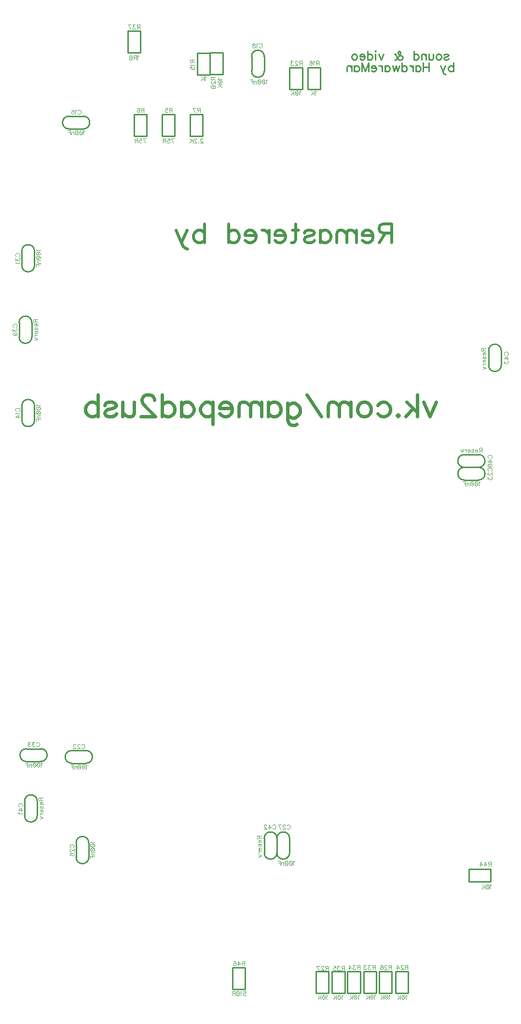
<source format=gbo>
G04 DipTrace 3.3.1.3*
G04 bottom_silk_dendy_junior_II_rev_2.2.gbo*
%MOMM*%
G04 #@! TF.FileFunction,Legend,Bot*
G04 #@! TF.Part,Single*
%ADD10C,0.25*%
%ADD121C,0.11765*%
%ADD123C,0.23529*%
%ADD126C,0.58824*%
%ADD129C,0.5098*%
%FSLAX35Y35*%
G04*
G71*
G90*
G75*
G01*
G04 BotSilk*
%LPD*%
X1714438Y11621233D2*
D10*
Y11367201D1*
X1492188Y11621233D2*
Y11367201D1*
X1714438D2*
G02X1492188Y11367201I-111125J16D01*
G01*
Y11621233D2*
G02X1714438Y11621233I111125J-16D01*
G01*
X2318021Y16702012D2*
X2572053D1*
X2318021Y16479762D2*
X2572053D1*
Y16702012D2*
G02X2572053Y16479762I-16J-111125D01*
G01*
X2318021D2*
G02X2318021Y16702012I16J111125D01*
G01*
X5524862Y17495594D2*
Y17749626D1*
X5747112Y17495594D2*
Y17749626D1*
X5524862D2*
G02X5747112Y17749626I111125J-16D01*
G01*
Y17495594D2*
G02X5524862Y17495594I-111125J16D01*
G01*
X2365651Y5572468D2*
X2619683D1*
X2365651Y5350218D2*
X2619683D1*
Y5572468D2*
G02X2619683Y5350218I-16J-111125D01*
G01*
X2365651D2*
G02X2365651Y5572468I16J111125D01*
G01*
X9509896Y10319355D2*
X9255864D1*
X9509896Y10541605D2*
X9255864D1*
Y10319355D2*
G02X9255864Y10541605I16J111125D01*
G01*
X9509896D2*
G02X9509896Y10319355I-16J-111125D01*
G01*
X2444788Y3699291D2*
Y3953323D1*
X2667038Y3699291D2*
Y3953323D1*
X2444788D2*
G02X2667038Y3953323I111125J-16D01*
G01*
Y3699291D2*
G02X2444788Y3699291I-111125J16D01*
G01*
X5969408Y3778674D2*
Y4032706D1*
X6191658Y3778674D2*
Y4032706D1*
X5969408D2*
G02X6191658Y4032706I111125J-16D01*
G01*
Y3778674D2*
G02X5969408Y3778674I-111125J16D01*
G01*
X1492188Y14082631D2*
Y14336663D1*
X1714438Y14082631D2*
Y14336663D1*
X1492188D2*
G02X1714438Y14336663I111125J-16D01*
G01*
Y14082631D2*
G02X1492188Y14082631I-111125J16D01*
G01*
X1825329Y5381972D2*
X1571297D1*
X1825329Y5604222D2*
X1571297D1*
Y5381972D2*
G02X1571297Y5604222I16J111125D01*
G01*
X1825329D2*
G02X1825329Y5381972I-16J-111125D01*
G01*
X1666808Y13082406D2*
Y12828374D1*
X1444558Y13082406D2*
Y12828374D1*
X1666808D2*
G02X1444558Y12828374I-111125J16D01*
G01*
Y13082406D2*
G02X1666808Y13082406I111125J-16D01*
G01*
X9509636Y10541888D2*
X9255604D1*
X9509636Y10764138D2*
X9255604D1*
Y10541888D2*
G02X9255604Y10764138I16J111125D01*
G01*
X9509636D2*
G02X9509636Y10541888I-16J-111125D01*
G01*
X1539818Y4429617D2*
Y4683649D1*
X1762068Y4429617D2*
Y4683649D1*
X1539818D2*
G02X1762068Y4683649I111125J-16D01*
G01*
Y4429617D2*
G02X1539818Y4429617I-111125J16D01*
G01*
X5747135Y3778674D2*
Y4032706D1*
X5969385Y3778674D2*
Y4032706D1*
X5747135D2*
G02X5969385Y4032706I111125J-16D01*
G01*
Y3778674D2*
G02X5747135Y3778674I-111125J16D01*
G01*
X9906798Y12589709D2*
Y12335677D1*
X9684548Y12589709D2*
Y12335677D1*
X9906798D2*
G02X9684548Y12335677I-111125J16D01*
G01*
Y12589709D2*
G02X9906798Y12589709I111125J-16D01*
G01*
X3953072Y16734017D2*
X4175322D1*
Y16353017D1*
X3953072D1*
Y16734017D1*
X3460895Y16734537D2*
X3683145D1*
Y16353537D1*
X3460895D1*
Y16734537D1*
X4445248Y16734017D2*
X4667498D1*
Y16353017D1*
X4445248D1*
Y16734017D1*
X4794512Y17432110D2*
X4572262D1*
Y17813110D1*
X4794512D1*
Y17432110D1*
X6731465Y17178083D2*
X6509215D1*
Y17559083D1*
X6731465D1*
Y17178083D1*
X4794535Y17813630D2*
X5016785D1*
Y17432630D1*
X4794535D1*
Y17813630D1*
X6191682Y17559603D2*
X6413932D1*
Y17178603D1*
X6191682D1*
Y17559603D1*
X8271502Y1317293D2*
X8049252D1*
Y1698293D1*
X8271502D1*
Y1317293D1*
X7985722D2*
X7763472D1*
Y1698293D1*
X7985722D1*
Y1317293D1*
X6874355Y1317813D2*
X6652105D1*
Y1698813D1*
X6874355D1*
Y1317813D1*
X7715818Y1317293D2*
X7493568D1*
Y1698293D1*
X7715818D1*
Y1317293D1*
X7430038D2*
X7207788D1*
Y1698293D1*
X7430038D1*
Y1317293D1*
X7160135D2*
X6937885D1*
Y1698293D1*
X7160135D1*
Y1317293D1*
X3349758Y18194670D2*
X3572008D1*
Y17813670D1*
X3349758D1*
Y18194670D1*
X9716530Y3492625D2*
X9335530D1*
Y3270375D1*
X9716530D1*
Y3492625D1*
X5413962Y1381060D2*
X5191712D1*
Y1762060D1*
X5413962D1*
Y1381060D1*
X1398790Y11526885D2*
D121*
X1391547Y11530507D1*
X1384218Y11537835D1*
X1380597Y11545079D1*
Y11559651D1*
X1384218Y11566979D1*
X1391547Y11574223D1*
X1398790Y11577929D1*
X1409740Y11581551D1*
X1428018D1*
X1438884Y11577929D1*
X1446212Y11574223D1*
X1453456Y11566979D1*
X1457162Y11559651D1*
Y11545079D1*
X1453456Y11537835D1*
X1446212Y11530507D1*
X1438884Y11526885D1*
X1395253Y11503356D2*
X1391547Y11496028D1*
X1380681Y11485078D1*
X1457162D1*
Y11425077D2*
X1380681D1*
X1431640Y11461548D1*
Y11406883D1*
X1754940Y11645216D2*
X1751233Y11637888D1*
X1740368Y11626938D1*
X1816849D1*
X1740368Y11581509D2*
X1743990Y11592459D1*
X1754940Y11599787D1*
X1773133Y11603409D1*
X1784083D1*
X1802277Y11599787D1*
X1813227Y11592459D1*
X1816849Y11581509D1*
Y11574265D1*
X1813227Y11563315D1*
X1802277Y11556071D1*
X1784083Y11552365D1*
X1773133D1*
X1754940Y11556071D1*
X1743990Y11563315D1*
X1740368Y11574265D1*
Y11581509D1*
X1754940Y11556071D2*
X1802277Y11599787D1*
X1740368Y11506936D2*
X1743990Y11517886D1*
X1754940Y11525214D1*
X1773133Y11528836D1*
X1784083D1*
X1802277Y11525214D1*
X1813227Y11517886D1*
X1816849Y11506936D1*
Y11499692D1*
X1813227Y11488742D1*
X1802277Y11481498D1*
X1784084Y11477792D1*
X1773134D1*
X1754940Y11481498D1*
X1743990Y11488742D1*
X1740368Y11499692D1*
Y11506936D1*
X1754940Y11481498D2*
X1802277Y11525214D1*
X1765805Y11454262D2*
X1816849D1*
X1780377D2*
X1769427Y11443312D1*
X1765805Y11435984D1*
Y11425119D1*
X1769427Y11417791D1*
X1780377Y11414169D1*
X1816849Y11414168D1*
X1740283Y11343217D2*
X1740284Y11390639D1*
X1816849D1*
X1776755D2*
Y11361495D1*
X2474041Y16795410D2*
X2477663Y16802654D1*
X2484991Y16809982D1*
X2492235Y16813604D1*
X2506807D1*
X2514135Y16809982D1*
X2521379Y16802654D1*
X2525085Y16795410D1*
X2528707Y16784460D1*
Y16766182D1*
X2525085Y16755316D1*
X2521379Y16747988D1*
X2514135Y16740744D1*
X2506807Y16737038D1*
X2492235D1*
X2484991Y16740744D1*
X2477663Y16747988D1*
X2474041Y16755316D1*
X2450512Y16798947D2*
X2443184Y16802654D1*
X2432234Y16813519D1*
Y16737038D1*
X2364988Y16802654D2*
X2368610Y16809897D1*
X2379560Y16813519D1*
X2386804D1*
X2397754Y16809897D1*
X2405082Y16798947D1*
X2408704Y16780754D1*
Y16762560D1*
X2405082Y16747988D1*
X2397754Y16740660D1*
X2386804Y16737038D1*
X2383182D1*
X2372316Y16740660D1*
X2364988Y16747988D1*
X2361366Y16758938D1*
Y16762560D1*
X2364988Y16773510D1*
X2372316Y16780754D1*
X2383182Y16784376D1*
X2386804D1*
X2397754Y16780754D1*
X2405082Y16773510D1*
X2408704Y16762560D1*
X2596036Y16439260D2*
X2588708Y16442967D1*
X2577758Y16453832D1*
Y16377351D1*
X2532329Y16453832D2*
X2543279Y16450210D1*
X2550607Y16439260D1*
X2554229Y16421067D1*
Y16410117D1*
X2550607Y16391923D1*
X2543279Y16380973D1*
X2532329Y16377351D1*
X2525085D1*
X2514135Y16380973D1*
X2506891Y16391923D1*
X2503185Y16410117D1*
Y16421067D1*
X2506891Y16439260D1*
X2514135Y16450210D1*
X2525085Y16453832D1*
X2532329D1*
X2506891Y16439260D2*
X2550607Y16391923D1*
X2457756Y16453832D2*
X2468706Y16450210D1*
X2476034Y16439260D1*
X2479656Y16421067D1*
Y16410117D1*
X2476034Y16391923D1*
X2468706Y16380973D1*
X2457756Y16377351D1*
X2450512D1*
X2439562Y16380973D1*
X2432318Y16391923D1*
X2428612Y16410117D1*
Y16421067D1*
X2432318Y16439260D1*
X2439562Y16450210D1*
X2450512Y16453832D1*
X2457756D1*
X2432318Y16439260D2*
X2476034Y16391923D1*
X2405082Y16428395D2*
Y16377351D1*
Y16413823D2*
X2394132Y16424773D1*
X2386804Y16428395D1*
X2375938D1*
X2368610Y16424773D1*
X2364988Y16413823D1*
Y16377351D1*
X2294037Y16453917D2*
X2341459D1*
Y16377351D1*
Y16417445D2*
X2312315D1*
X5655309Y17964626D2*
X5658931Y17971870D1*
X5666259Y17979198D1*
X5673503Y17982820D1*
X5688074D1*
X5695403Y17979198D1*
X5702646Y17971870D1*
X5706353Y17964626D1*
X5709974Y17953676D1*
Y17935398D1*
X5706353Y17924533D1*
X5702646Y17917205D1*
X5695403Y17909961D1*
X5688074Y17906255D1*
X5673503D1*
X5666259Y17909961D1*
X5658931Y17917205D1*
X5655309Y17924533D1*
X5631779Y17968164D2*
X5624451Y17971870D1*
X5613501Y17982736D1*
Y17906255D1*
X5571778Y17982736D2*
X5582644Y17979114D1*
X5586350Y17971870D1*
Y17964542D1*
X5582644Y17957298D1*
X5575400Y17953592D1*
X5560828Y17949970D1*
X5549878Y17946348D1*
X5542634Y17939020D1*
X5539012Y17931776D1*
Y17920826D1*
X5542634Y17913583D1*
X5546256Y17909876D1*
X5557206Y17906255D1*
X5571778D1*
X5582644Y17909876D1*
X5586350Y17913583D1*
X5589972Y17920826D1*
Y17931776D1*
X5586350Y17939020D1*
X5579022Y17946348D1*
X5568156Y17949970D1*
X5553584Y17953592D1*
X5546256Y17957298D1*
X5542634Y17964542D1*
Y17971870D1*
X5546256Y17979114D1*
X5557206Y17982736D1*
X5571778D1*
X5798480Y17333097D2*
X5791152Y17336804D1*
X5780202Y17347669D1*
Y17271188D1*
X5734772Y17347669D2*
X5745722Y17344047D1*
X5753050Y17333097D1*
X5756672Y17314904D1*
Y17303954D1*
X5753050Y17285760D1*
X5745722Y17274810D1*
X5734772Y17271188D1*
X5727528D1*
X5716578Y17274810D1*
X5709334Y17285760D1*
X5705628Y17303954D1*
Y17314904D1*
X5709334Y17333097D1*
X5716578Y17344047D1*
X5727528Y17347669D1*
X5734772D1*
X5709334Y17333097D2*
X5753050Y17285760D1*
X5660199Y17347669D2*
X5671149Y17344047D1*
X5678477Y17333097D1*
X5682099Y17314904D1*
Y17303954D1*
X5678477Y17285760D1*
X5671149Y17274810D1*
X5660199Y17271188D1*
X5652955D1*
X5642005Y17274810D1*
X5634761Y17285760D1*
X5631055Y17303954D1*
Y17314904D1*
X5634761Y17333097D1*
X5642005Y17344047D1*
X5652955Y17347669D1*
X5660199D1*
X5634761Y17333097D2*
X5678477Y17285760D1*
X5607526Y17322232D2*
Y17271188D1*
Y17307660D2*
X5596576Y17318610D1*
X5589248Y17322232D1*
X5578382D1*
X5571054Y17318610D1*
X5567432Y17307660D1*
Y17271188D1*
X5496480Y17347754D2*
X5543902D1*
Y17271188D1*
Y17311282D2*
X5514758D1*
X2539907Y5665866D2*
X2543529Y5673110D1*
X2550857Y5680438D1*
X2558101Y5684060D1*
X2572673D1*
X2580001Y5680438D1*
X2587245Y5673110D1*
X2590951Y5665866D1*
X2594573Y5654916D1*
Y5636638D1*
X2590951Y5625773D1*
X2587245Y5618445D1*
X2580001Y5611201D1*
X2572673Y5607495D1*
X2558101D1*
X2550857Y5611201D1*
X2543529Y5618445D1*
X2539907Y5625773D1*
X2512671Y5665782D2*
Y5669404D1*
X2509050Y5676732D1*
X2505428Y5680354D1*
X2498100Y5683976D1*
X2483528D1*
X2476284Y5680354D1*
X2472662Y5676732D1*
X2468956Y5669404D1*
Y5662160D1*
X2472662Y5654832D1*
X2479906Y5643966D1*
X2516378Y5607495D1*
X2465334D1*
X2438098Y5665782D2*
Y5669404D1*
X2434476Y5676732D1*
X2430854Y5680354D1*
X2423526Y5683976D1*
X2408954D1*
X2401711Y5680354D1*
X2398089Y5676732D1*
X2394382Y5669404D1*
Y5662160D1*
X2398089Y5654832D1*
X2405332Y5643966D1*
X2441804Y5607495D1*
X2390761D1*
X2643666Y5309717D2*
X2636338Y5313423D1*
X2625388Y5324289D1*
Y5247808D1*
X2579959Y5324289D2*
X2590909Y5320667D1*
X2598237Y5309717D1*
X2601859Y5291523D1*
Y5280573D1*
X2598237Y5262379D1*
X2590909Y5251429D1*
X2579959Y5247808D1*
X2572715D1*
X2561765Y5251429D1*
X2554521Y5262379D1*
X2550815Y5280573D1*
Y5291523D1*
X2554521Y5309717D1*
X2561765Y5320667D1*
X2572715Y5324289D1*
X2579959D1*
X2554521Y5309717D2*
X2598237Y5262379D1*
X2505386Y5324289D2*
X2516336Y5320667D1*
X2523664Y5309717D1*
X2527286Y5291523D1*
Y5280573D1*
X2523664Y5262379D1*
X2516336Y5251429D1*
X2505386Y5247808D1*
X2498142D1*
X2487192Y5251429D1*
X2479948Y5262379D1*
X2476242Y5280573D1*
Y5291523D1*
X2479948Y5309717D1*
X2487192Y5320667D1*
X2498142Y5324289D1*
X2505386D1*
X2479948Y5309717D2*
X2523664Y5262379D1*
X2452712Y5298851D2*
Y5247808D1*
Y5284279D2*
X2441762Y5295229D1*
X2434434Y5298851D1*
X2423568D1*
X2416240Y5295229D1*
X2412618Y5284279D1*
Y5247808D1*
X2341667Y5324373D2*
X2389089D1*
Y5247808D1*
Y5287901D2*
X2359945D1*
X9686400Y10477710D2*
X9679157Y10481332D1*
X9671828Y10488660D1*
X9668207Y10495904D1*
Y10510476D1*
X9671828Y10517804D1*
X9679156Y10525048D1*
X9686400Y10528754D1*
X9697350Y10532376D1*
X9715628D1*
X9726494Y10528754D1*
X9733822Y10525048D1*
X9741066Y10517804D1*
X9744772Y10510476D1*
Y10495904D1*
X9741066Y10488660D1*
X9733822Y10481332D1*
X9726494Y10477710D1*
X9686485Y10450475D2*
X9682863D1*
X9675535Y10446853D1*
X9671913Y10443231D1*
X9668291Y10435903D1*
Y10421331D1*
X9671913Y10414087D1*
X9675535Y10410465D1*
X9682863Y10406759D1*
X9690107D1*
X9697435Y10410465D1*
X9708300Y10417709D1*
X9744772Y10454181D1*
Y10403137D1*
X9668291Y10372280D2*
Y10332270D1*
X9697435Y10354086D1*
Y10343136D1*
X9701056Y10335892D1*
X9704678Y10332270D1*
X9715628Y10328564D1*
X9722872D1*
X9733822Y10332270D1*
X9741150Y10339514D1*
X9744772Y10350464D1*
Y10361414D1*
X9741150Y10372280D1*
X9737444Y10375902D1*
X9730200Y10379608D1*
X9533880Y10278854D2*
X9526552Y10282560D1*
X9515602Y10293426D1*
Y10216944D1*
X9470172Y10293426D2*
X9481122Y10289804D1*
X9488450Y10278854D1*
X9492072Y10260660D1*
Y10249710D1*
X9488450Y10231516D1*
X9481122Y10220566D1*
X9470172Y10216944D1*
X9462928D1*
X9451978Y10220566D1*
X9444734Y10231516D1*
X9441028Y10249710D1*
Y10260660D1*
X9444734Y10278854D1*
X9451978Y10289804D1*
X9462928Y10293426D1*
X9470172D1*
X9444734Y10278854D2*
X9488450Y10231516D1*
X9395599Y10293426D2*
X9406549Y10289804D1*
X9413877Y10278854D1*
X9417499Y10260660D1*
Y10249710D1*
X9413877Y10231516D1*
X9406549Y10220566D1*
X9395599Y10216944D1*
X9388355D1*
X9377405Y10220566D1*
X9370161Y10231516D1*
X9366455Y10249710D1*
Y10260660D1*
X9370161Y10278854D1*
X9377405Y10289804D1*
X9388355Y10293426D1*
X9395599D1*
X9370161Y10278854D2*
X9413877Y10231516D1*
X9342926Y10267988D2*
Y10216944D1*
Y10253416D2*
X9331976Y10264366D1*
X9324648Y10267988D1*
X9313782D1*
X9306454Y10264366D1*
X9302832Y10253416D1*
Y10216944D1*
X9231880Y10293510D2*
X9279302D1*
Y10216944D1*
Y10257038D2*
X9250158D1*
X2351390Y3871694D2*
X2344147Y3875316D1*
X2336818Y3882644D1*
X2333197Y3889888D1*
Y3904460D1*
X2336818Y3911788D1*
X2344146Y3919032D1*
X2351390Y3922738D1*
X2362340Y3926360D1*
X2380618D1*
X2391484Y3922738D1*
X2398812Y3919032D1*
X2406056Y3911788D1*
X2409762Y3904460D1*
Y3889888D1*
X2406056Y3882644D1*
X2398812Y3875316D1*
X2391484Y3871694D1*
X2351475Y3844459D2*
X2347853D1*
X2340525Y3840837D1*
X2336903Y3837215D1*
X2333281Y3829887D1*
Y3815315D1*
X2336903Y3808071D1*
X2340525Y3804449D1*
X2347853Y3800743D1*
X2355097D1*
X2362425Y3804449D1*
X2373290Y3811693D1*
X2409762Y3848165D1*
Y3797121D1*
X2344146Y3729876D2*
X2336903Y3733498D1*
X2333281Y3744448D1*
Y3751692D1*
X2336903Y3762642D1*
X2347853Y3769970D1*
X2366047Y3773592D1*
X2384240Y3773591D1*
X2398812Y3769970D1*
X2406140Y3762641D1*
X2409762Y3751691D1*
Y3748070D1*
X2406140Y3737204D1*
X2398812Y3729876D1*
X2387862Y3726254D1*
X2384240D1*
X2373290Y3729876D1*
X2366046Y3737204D1*
X2362425Y3748070D1*
Y3751692D1*
X2366046Y3762642D1*
X2373290Y3769970D1*
X2384240Y3773591D1*
X2707540Y3977306D2*
X2703833Y3969978D1*
X2692968Y3959028D1*
X2769449D1*
X2692968Y3913599D2*
X2696590Y3924549D1*
X2707540Y3931877D1*
X2725733Y3935499D1*
X2736683D1*
X2754877Y3931877D1*
X2765827Y3924549D1*
X2769449Y3913599D1*
Y3906355D1*
X2765827Y3895405D1*
X2754877Y3888161D1*
X2736683Y3884455D1*
X2725733D1*
X2707540Y3888161D1*
X2696590Y3895405D1*
X2692968Y3906355D1*
Y3913599D1*
X2707540Y3888161D2*
X2754877Y3931877D1*
X2692968Y3839026D2*
X2696590Y3849976D1*
X2707540Y3857304D1*
X2725733Y3860926D1*
X2736683D1*
X2754877Y3857304D1*
X2765827Y3849976D1*
X2769449Y3839026D1*
Y3831782D1*
X2765827Y3820832D1*
X2754877Y3813588D1*
X2736684Y3809882D1*
X2725734D1*
X2707540Y3813588D1*
X2696590Y3820832D1*
X2692968Y3831782D1*
Y3839026D1*
X2707540Y3813588D2*
X2754877Y3857304D1*
X2718405Y3786352D2*
X2769449D1*
X2732977D2*
X2722027Y3775402D1*
X2718405Y3768074D1*
Y3757209D1*
X2722027Y3749881D1*
X2732977Y3746259D1*
X2769449Y3746258D1*
X2692883Y3675307D2*
X2692884Y3722729D1*
X2769449D1*
X2729355D2*
Y3693585D1*
X6143660Y4253113D2*
X6147282Y4260357D1*
X6154610Y4267685D1*
X6161854Y4271307D1*
X6176426D1*
X6183754Y4267685D1*
X6190998Y4260357D1*
X6194704Y4253113D1*
X6198326Y4242163D1*
Y4223885D1*
X6194704Y4213019D1*
X6190998Y4205691D1*
X6183754Y4198447D1*
X6176426Y4194741D1*
X6161854D1*
X6154610Y4198447D1*
X6147282Y4205691D1*
X6143660Y4213019D1*
X6116425Y4253029D2*
Y4256651D1*
X6112803Y4263979D1*
X6109181Y4267601D1*
X6101853Y4271223D1*
X6087281D1*
X6080037Y4267601D1*
X6076415Y4263979D1*
X6072709Y4256651D1*
Y4249407D1*
X6076415Y4242079D1*
X6083659Y4231213D1*
X6120131Y4194741D1*
X6069087D1*
X6030986D2*
X5994514Y4271223D1*
X6045558D1*
X6279153Y3621584D2*
X6271825Y3625290D1*
X6260875Y3636156D1*
Y3559675D1*
X6215445Y3636156D2*
X6226395Y3632534D1*
X6233724Y3621584D1*
X6237345Y3603390D1*
Y3592440D1*
X6233724Y3574246D1*
X6226395Y3563296D1*
X6215445Y3559675D1*
X6208202D1*
X6197252Y3563296D1*
X6190008Y3574246D1*
X6186302Y3592440D1*
Y3603390D1*
X6190008Y3621584D1*
X6197252Y3632534D1*
X6208202Y3636156D1*
X6215445D1*
X6190008Y3621584D2*
X6233724Y3574246D1*
X6140872Y3636156D2*
X6151822Y3632534D1*
X6159150Y3621584D1*
X6162772Y3603390D1*
Y3592440D1*
X6159150Y3574246D1*
X6151822Y3563296D1*
X6140872Y3559675D1*
X6133628D1*
X6122678Y3563296D1*
X6115434Y3574246D1*
X6111728Y3592440D1*
Y3603390D1*
X6115434Y3621584D1*
X6122678Y3632534D1*
X6133628Y3636156D1*
X6140872D1*
X6115434Y3621584D2*
X6159150Y3574246D1*
X6088199Y3610718D2*
Y3559675D1*
Y3596146D2*
X6077249Y3607096D1*
X6069921Y3610718D1*
X6059055D1*
X6051727Y3607096D1*
X6048105Y3596146D1*
Y3559675D1*
X5977154Y3636240D2*
X6024576D1*
Y3559675D1*
Y3599768D2*
X5995432D1*
X1398790Y14240504D2*
X1391547Y14244126D1*
X1384218Y14251454D1*
X1380597Y14258698D1*
Y14273270D1*
X1384218Y14280598D1*
X1391547Y14287842D1*
X1398790Y14291548D1*
X1409740Y14295170D1*
X1428018D1*
X1438884Y14291548D1*
X1446212Y14287842D1*
X1453456Y14280598D1*
X1457162Y14273270D1*
Y14258698D1*
X1453456Y14251454D1*
X1446212Y14244126D1*
X1438884Y14240504D1*
X1380681Y14209647D2*
Y14169637D1*
X1409825Y14191453D1*
Y14180503D1*
X1413447Y14173259D1*
X1417068Y14169637D1*
X1428018Y14165931D1*
X1435262D1*
X1446212Y14169637D1*
X1453540Y14176881D1*
X1457162Y14187831D1*
Y14198781D1*
X1453540Y14209647D1*
X1449834Y14213269D1*
X1442590Y14216975D1*
X1395253Y14142402D2*
X1391546Y14135074D1*
X1380681Y14124124D1*
X1457162D1*
X1754940Y14360646D2*
X1751233Y14353318D1*
X1740368Y14342368D1*
X1816849D1*
X1740368Y14296939D2*
X1743990Y14307889D1*
X1754940Y14315217D1*
X1773133Y14318839D1*
X1784083D1*
X1802277Y14315217D1*
X1813227Y14307889D1*
X1816849Y14296939D1*
Y14289695D1*
X1813227Y14278745D1*
X1802277Y14271501D1*
X1784083Y14267795D1*
X1773133D1*
X1754940Y14271501D1*
X1743990Y14278745D1*
X1740368Y14289695D1*
Y14296939D1*
X1754940Y14271501D2*
X1802277Y14315217D1*
X1740368Y14222366D2*
X1743990Y14233316D1*
X1754940Y14240644D1*
X1773133Y14244266D1*
X1784083D1*
X1802277Y14240644D1*
X1813227Y14233316D1*
X1816849Y14222366D1*
Y14215122D1*
X1813227Y14204172D1*
X1802277Y14196928D1*
X1784084Y14193222D1*
X1773134D1*
X1754940Y14196928D1*
X1743990Y14204172D1*
X1740368Y14215122D1*
Y14222366D1*
X1754940Y14196928D2*
X1802277Y14240644D1*
X1765805Y14169692D2*
X1816849D1*
X1780377D2*
X1769427Y14158742D1*
X1765805Y14151414D1*
Y14140549D1*
X1769427Y14133221D1*
X1780377Y14129599D1*
X1816849Y14129598D1*
X1740283Y14058647D2*
X1740284Y14106069D1*
X1816849D1*
X1776755D2*
Y14076925D1*
X1745554Y5697620D2*
X1749176Y5704864D1*
X1756504Y5712192D1*
X1763748Y5715814D1*
X1778319D1*
X1785648Y5712192D1*
X1792891Y5704864D1*
X1796598Y5697620D1*
X1800219Y5686670D1*
Y5668392D1*
X1796598Y5657526D1*
X1792891Y5650198D1*
X1785648Y5642954D1*
X1778319Y5639248D1*
X1763748D1*
X1756504Y5642954D1*
X1749176Y5650198D1*
X1745554Y5657526D1*
X1714696Y5715729D2*
X1674687D1*
X1696502Y5686586D1*
X1685552D1*
X1678309Y5682964D1*
X1674687Y5679342D1*
X1670980Y5668392D1*
Y5661148D1*
X1674687Y5650198D1*
X1681930Y5642870D1*
X1692880Y5639248D1*
X1703830D1*
X1714696Y5642870D1*
X1718318Y5646576D1*
X1722024Y5653820D1*
X1640123Y5715729D2*
X1600113D1*
X1621929Y5686586D1*
X1610979D1*
X1603735Y5682964D1*
X1600113Y5679342D1*
X1596407Y5668392D1*
Y5661148D1*
X1600113Y5650198D1*
X1607357Y5642870D1*
X1618307Y5639248D1*
X1629257D1*
X1640123Y5642870D1*
X1643745Y5646576D1*
X1647451Y5653820D1*
X1849313Y5341470D2*
X1841985Y5345177D1*
X1831035Y5356042D1*
Y5279561D1*
X1785605Y5356042D2*
X1796555Y5352420D1*
X1803884Y5341470D1*
X1807505Y5323277D1*
Y5312327D1*
X1803884Y5294133D1*
X1796555Y5283183D1*
X1785605Y5279561D1*
X1778362D1*
X1767412Y5283183D1*
X1760168Y5294133D1*
X1756462Y5312327D1*
Y5323277D1*
X1760168Y5341470D1*
X1767412Y5352420D1*
X1778362Y5356042D1*
X1785605D1*
X1760168Y5341470D2*
X1803884Y5294133D1*
X1711032Y5356042D2*
X1721982Y5352420D1*
X1729310Y5341470D1*
X1732932Y5323277D1*
Y5312327D1*
X1729310Y5294133D1*
X1721982Y5283183D1*
X1711032Y5279561D1*
X1703788D1*
X1692838Y5283183D1*
X1685594Y5294133D1*
X1681888Y5312327D1*
Y5323277D1*
X1685594Y5341470D1*
X1692838Y5352420D1*
X1703788Y5356042D1*
X1711032D1*
X1685594Y5341470D2*
X1729310Y5294133D1*
X1658359Y5330605D2*
Y5279561D1*
Y5316033D2*
X1647409Y5326983D1*
X1640081Y5330605D1*
X1629215D1*
X1621887Y5326983D1*
X1618265Y5316033D1*
Y5279561D1*
X1547314Y5356127D2*
X1594736D1*
Y5279561D1*
Y5319655D2*
X1565592D1*
X1351160Y13000820D2*
X1343917Y13004441D1*
X1336588Y13011770D1*
X1332967Y13019013D1*
Y13033585D1*
X1336588Y13040913D1*
X1343916Y13048157D1*
X1351160Y13051863D1*
X1362110Y13055485D1*
X1380388D1*
X1391254Y13051863D1*
X1398582Y13048157D1*
X1405826Y13040913D1*
X1409532Y13033585D1*
Y13019013D1*
X1405826Y13011769D1*
X1398582Y13004441D1*
X1391254Y13000819D1*
X1333051Y12969962D2*
Y12929953D1*
X1362195Y12951768D1*
Y12940818D1*
X1365817Y12933574D1*
X1369438Y12929952D1*
X1380388Y12926246D1*
X1387632D1*
X1398582Y12929952D1*
X1405910Y12937196D1*
X1409532Y12948146D1*
Y12959096D1*
X1405910Y12969962D1*
X1402204Y12973584D1*
X1394960Y12977290D1*
X1358488Y12855295D2*
X1369438Y12859001D1*
X1376766Y12866245D1*
X1380388Y12877195D1*
Y12880817D1*
X1376767Y12891767D1*
X1369438Y12899011D1*
X1358488Y12902717D1*
X1354867D1*
X1343916Y12899011D1*
X1336673Y12891767D1*
X1333051Y12880817D1*
Y12877195D1*
X1336673Y12866245D1*
X1343916Y12859001D1*
X1358488Y12855295D1*
X1376766D1*
X1394960Y12859001D1*
X1405910Y12866245D1*
X1409532Y12877195D1*
Y12884439D1*
X1405910Y12895389D1*
X1398582Y12899011D1*
X1729125Y13139970D2*
Y13107204D1*
X1725419Y13096254D1*
X1721797Y13092548D1*
X1714553Y13088926D1*
X1707225D1*
X1699982Y13092548D1*
X1696275Y13096254D1*
X1692653Y13107204D1*
Y13139970D1*
X1769219D1*
X1729125Y13114448D2*
X1769219Y13088926D1*
X1740075Y13065397D2*
Y13021681D1*
X1732747D1*
X1725419Y13025303D1*
X1721797Y13028925D1*
X1718175Y13036253D1*
Y13047203D1*
X1721797Y13054447D1*
X1729125Y13061775D1*
X1740075Y13065397D1*
X1747319D1*
X1758269Y13061775D1*
X1765513Y13054447D1*
X1769219Y13047203D1*
Y13036253D1*
X1765513Y13028925D1*
X1758269Y13021681D1*
X1729125Y12958058D2*
X1721797Y12961680D1*
X1718175Y12972630D1*
Y12983580D1*
X1721797Y12994530D1*
X1729125Y12998152D1*
X1736369Y12994530D1*
X1740075Y12987202D1*
X1743697Y12969008D1*
X1747319Y12961680D1*
X1754647Y12958058D1*
X1758269D1*
X1765513Y12961680D1*
X1769219Y12972630D1*
Y12983580D1*
X1765513Y12994530D1*
X1758269Y12998152D1*
X1740075Y12934528D2*
Y12890813D1*
X1732747D1*
X1725419Y12894435D1*
X1721797Y12898057D1*
X1718175Y12905385D1*
Y12916335D1*
X1721797Y12923578D1*
X1729125Y12930907D1*
X1740075Y12934528D1*
X1747319D1*
X1758269Y12930906D1*
X1765513Y12923578D1*
X1769219Y12916335D1*
Y12905385D1*
X1765513Y12898056D1*
X1758269Y12890813D1*
X1718175Y12867283D2*
X1769219D1*
X1740075D2*
X1729125Y12863577D1*
X1721797Y12856333D1*
X1718175Y12849005D1*
Y12838055D1*
Y12814526D2*
X1769219Y12792626D1*
X1718175Y12770810D1*
X9686137Y10702055D2*
X9678893Y10705677D1*
X9671565Y10713005D1*
X9667943Y10720249D1*
Y10734821D1*
X9671565Y10742149D1*
X9678893Y10749392D1*
X9686137Y10753099D1*
X9697087Y10756720D1*
X9715365D1*
X9726231Y10753099D1*
X9733559Y10749392D1*
X9740803Y10742149D1*
X9744509Y10734820D1*
Y10720249D1*
X9740803Y10713005D1*
X9733559Y10705677D1*
X9726231Y10702055D1*
X9744509Y10642053D2*
X9668027Y10642054D1*
X9718987Y10678525D1*
Y10623860D1*
X9668027Y10578430D2*
X9671649Y10589380D1*
X9682599Y10596708D1*
X9700793Y10600330D1*
X9711743D1*
X9729937Y10596708D1*
X9740887Y10589380D1*
X9744509Y10578430D1*
Y10571186D1*
X9740887Y10560237D1*
X9729937Y10552993D1*
X9711743Y10549287D1*
X9700793D1*
X9682599Y10552993D1*
X9671649Y10560237D1*
X9668027Y10571187D1*
Y10578430D1*
X9682599Y10552993D2*
X9729937Y10596708D1*
X9567200Y10844735D2*
X9534434D1*
X9523484Y10848441D1*
X9519778Y10852063D1*
X9516156Y10859307D1*
Y10866635D1*
X9519778Y10873879D1*
X9523484Y10877585D1*
X9534434Y10881207D1*
X9567200D1*
Y10804641D1*
X9541678Y10844735D2*
X9516156Y10804641D1*
X9492627Y10833785D2*
X9448911D1*
Y10841113D1*
X9452533Y10848441D1*
X9456155Y10852063D1*
X9463483Y10855685D1*
X9474433D1*
X9481677Y10852063D1*
X9489005Y10844735D1*
X9492627Y10833785D1*
Y10826541D1*
X9489005Y10815591D1*
X9481677Y10808347D1*
X9474433Y10804641D1*
X9463483D1*
X9456155Y10808347D1*
X9448911Y10815591D1*
X9385288Y10844735D2*
X9388910Y10852063D1*
X9399860Y10855685D1*
X9410810D1*
X9421760Y10852063D1*
X9425382Y10844735D1*
X9421760Y10837491D1*
X9414432Y10833785D1*
X9396238Y10830163D1*
X9388910Y10826541D1*
X9385288Y10819213D1*
Y10815591D1*
X9388910Y10808347D1*
X9399860Y10804641D1*
X9410810D1*
X9421760Y10808347D1*
X9425382Y10815591D1*
X9361758Y10833785D2*
X9318043D1*
Y10841113D1*
X9321665Y10848441D1*
X9325286Y10852063D1*
X9332615Y10855685D1*
X9343565D1*
X9350808Y10852063D1*
X9358136Y10844735D1*
X9361758Y10833785D1*
Y10826541D1*
X9358136Y10815591D1*
X9350808Y10808347D1*
X9343565Y10804641D1*
X9332615D1*
X9325286Y10808347D1*
X9318043Y10815591D1*
X9294513Y10855685D2*
Y10804641D1*
Y10833785D2*
X9290807Y10844735D1*
X9283563Y10852063D1*
X9276235Y10855685D1*
X9265285D1*
X9241756D2*
X9219856Y10804641D1*
X9198040Y10855685D1*
X1446420Y4589302D2*
X1439177Y4592924D1*
X1431848Y4600252D1*
X1428227Y4607496D1*
Y4622068D1*
X1431848Y4629396D1*
X1439177Y4636640D1*
X1446420Y4640346D1*
X1457370Y4643968D1*
X1475648D1*
X1486514Y4640346D1*
X1493842Y4636639D1*
X1501086Y4629396D1*
X1504792Y4622068D1*
Y4607496D1*
X1501086Y4600252D1*
X1493842Y4592924D1*
X1486514Y4589302D1*
X1504792Y4529301D2*
X1428311D1*
X1479270Y4565772D1*
Y4511107D1*
X1442883Y4487578D2*
X1439176Y4480249D1*
X1428311Y4469299D1*
X1504792D1*
X1824385Y4741213D2*
Y4708448D1*
X1820679Y4697498D1*
X1817057Y4693791D1*
X1809813Y4690170D1*
X1802485D1*
X1795242Y4693792D1*
X1791535Y4697498D1*
X1787913Y4708448D1*
Y4741213D1*
X1864479D1*
X1824385Y4715691D2*
X1864479Y4690170D1*
X1835335Y4666640D2*
Y4622924D1*
X1828007D1*
X1820679Y4626546D1*
X1817057Y4630168D1*
X1813435Y4637496D1*
Y4648446D1*
X1817057Y4655690D1*
X1824385Y4663018D1*
X1835335Y4666640D1*
X1842579D1*
X1853529Y4663018D1*
X1860773Y4655690D1*
X1864479Y4648446D1*
Y4637496D1*
X1860773Y4630168D1*
X1853529Y4622924D1*
X1824385Y4559301D2*
X1817057Y4562923D1*
X1813435Y4573873D1*
Y4584823D1*
X1817057Y4595773D1*
X1824385Y4599395D1*
X1831629Y4595773D1*
X1835335Y4588445D1*
X1838957Y4570251D1*
X1842579Y4562923D1*
X1849907Y4559301D1*
X1853529D1*
X1860773Y4562923D1*
X1864479Y4573873D1*
Y4584823D1*
X1860773Y4595773D1*
X1853529Y4599395D1*
X1835335Y4535772D2*
Y4492056D1*
X1828007D1*
X1820679Y4495678D1*
X1817057Y4499300D1*
X1813435Y4506628D1*
Y4517578D1*
X1817057Y4524822D1*
X1824385Y4532150D1*
X1835335Y4535772D1*
X1842579D1*
X1853529Y4532150D1*
X1860773Y4524822D1*
X1864479Y4517578D1*
Y4506628D1*
X1860773Y4499300D1*
X1853529Y4492056D1*
X1813435Y4468527D2*
X1864479D1*
X1835335D2*
X1824385Y4464820D1*
X1817057Y4457577D1*
X1813435Y4450249D1*
Y4439299D1*
Y4415769D2*
X1864479Y4393869D1*
X1813435Y4372054D1*
X5891445Y4253113D2*
X5895067Y4260357D1*
X5902395Y4267685D1*
X5909639Y4271307D1*
X5924210D1*
X5931539Y4267685D1*
X5938782Y4260357D1*
X5942489Y4253113D1*
X5946110Y4242163D1*
Y4223885D1*
X5942489Y4213019D1*
X5938782Y4205691D1*
X5931539Y4198447D1*
X5924210Y4194741D1*
X5909639D1*
X5902395Y4198447D1*
X5895067Y4205691D1*
X5891445Y4213019D1*
X5831443Y4194741D2*
Y4271223D1*
X5867915Y4220263D1*
X5813249D1*
X5786014Y4253029D2*
Y4256651D1*
X5782392Y4263979D1*
X5778770Y4267601D1*
X5771442Y4271223D1*
X5756870D1*
X5749626Y4267601D1*
X5746004Y4263979D1*
X5742298Y4256651D1*
Y4249407D1*
X5746004Y4242079D1*
X5753248Y4231213D1*
X5789720Y4194741D1*
X5738676D1*
X5656115Y4074393D2*
Y4041628D1*
X5652409Y4030678D1*
X5648787Y4026971D1*
X5641543Y4023350D1*
X5634215D1*
X5626971Y4026972D1*
X5623265Y4030678D1*
X5619643Y4041628D1*
Y4074393D1*
X5696209D1*
X5656115Y4048871D2*
X5696209Y4023350D1*
X5667065Y3999820D2*
Y3956104D1*
X5659737D1*
X5652409Y3959726D1*
X5648787Y3963348D1*
X5645165Y3970676D1*
Y3981626D1*
X5648787Y3988870D1*
X5656115Y3996198D1*
X5667065Y3999820D1*
X5674309D1*
X5685259Y3996198D1*
X5692503Y3988870D1*
X5696209Y3981626D1*
Y3970676D1*
X5692503Y3963348D1*
X5685259Y3956104D1*
X5656115Y3892481D2*
X5648787Y3896103D1*
X5645165Y3907053D1*
Y3918003D1*
X5648787Y3928953D1*
X5656115Y3932575D1*
X5663359Y3928953D1*
X5667065Y3921625D1*
X5670687Y3903431D1*
X5674309Y3896103D1*
X5681637Y3892481D1*
X5685259D1*
X5692503Y3896103D1*
X5696209Y3907053D1*
Y3918003D1*
X5692503Y3928953D1*
X5685259Y3932575D1*
X5667065Y3868952D2*
Y3825236D1*
X5659737D1*
X5652409Y3828858D1*
X5648787Y3832480D1*
X5645165Y3839808D1*
Y3850758D1*
X5648787Y3858002D1*
X5656115Y3865330D1*
X5667065Y3868952D1*
X5674309D1*
X5685259Y3865330D1*
X5692503Y3858002D1*
X5696209Y3850758D1*
Y3839808D1*
X5692503Y3832480D1*
X5685259Y3825236D1*
X5645165Y3801707D2*
X5696209D1*
X5667065D2*
X5656115Y3798000D1*
X5648787Y3790757D1*
X5645165Y3783429D1*
Y3772479D1*
Y3748949D2*
X5696209Y3727049D1*
X5645165Y3705234D1*
X9972164Y12511735D2*
X9964920Y12515357D1*
X9957592Y12522685D1*
X9953970Y12529929D1*
Y12544501D1*
X9957592Y12551829D1*
X9964920Y12559072D1*
X9972164Y12562779D1*
X9983114Y12566400D1*
X10001392D1*
X10012257Y12562779D1*
X10019586Y12559072D1*
X10026829Y12551829D1*
X10030536Y12544500D1*
Y12529929D1*
X10026829Y12522685D1*
X10019586Y12515357D1*
X10012257Y12511735D1*
X10030536Y12451733D2*
X9954054Y12451734D1*
X10005014Y12488205D1*
Y12433540D1*
X9954054Y12402682D2*
Y12362673D1*
X9983198Y12384488D1*
Y12373538D1*
X9986820Y12366295D1*
X9990442Y12362673D1*
X10001392Y12358967D1*
X10008635D1*
X10019585Y12362673D1*
X10026914Y12369917D1*
X10030536Y12380866D1*
Y12391816D1*
X10026914Y12402682D1*
X10023208Y12406304D1*
X10015964Y12410010D1*
X9593542Y12631423D2*
Y12598658D1*
X9589836Y12587708D1*
X9586214Y12584001D1*
X9578970Y12580380D1*
X9571642D1*
X9564398Y12584002D1*
X9560692Y12587708D1*
X9557070Y12598658D1*
Y12631423D1*
X9633635D1*
X9593542Y12605901D2*
X9633635Y12580380D1*
X9604492Y12556850D2*
Y12513134D1*
X9597164D1*
X9589836Y12516756D1*
X9586214Y12520378D1*
X9582592Y12527706D1*
Y12538656D1*
X9586214Y12545900D1*
X9593542Y12553228D1*
X9604492Y12556850D1*
X9611736D1*
X9622686Y12553228D1*
X9629929Y12545900D1*
X9633636Y12538656D1*
Y12527706D1*
X9629929Y12520378D1*
X9622686Y12513134D1*
X9593542Y12449511D2*
X9586214Y12453133D1*
X9582592Y12464083D1*
Y12475033D1*
X9586214Y12485983D1*
X9593542Y12489605D1*
X9600786Y12485983D1*
X9604492Y12478655D1*
X9608114Y12460461D1*
X9611736Y12453133D1*
X9619064Y12449511D1*
X9622686D1*
X9629929Y12453133D1*
X9633636Y12464083D1*
Y12475033D1*
X9629929Y12485983D1*
X9622686Y12489605D1*
X9604492Y12425982D2*
Y12382266D1*
X9597164D1*
X9589836Y12385888D1*
X9586214Y12389510D1*
X9582592Y12396838D1*
Y12407788D1*
X9586214Y12415032D1*
X9593542Y12422360D1*
X9604492Y12425982D1*
X9611736D1*
X9622686Y12422360D1*
X9629929Y12415032D1*
X9633636Y12407788D1*
Y12396838D1*
X9629929Y12389510D1*
X9622686Y12382266D1*
X9582592Y12358737D2*
X9633636D1*
X9604492D2*
X9593542Y12355030D1*
X9586214Y12347787D1*
X9582592Y12340459D1*
Y12329509D1*
Y12305979D2*
X9633636Y12284079D1*
X9582592Y12262264D1*
X4127005Y16809137D2*
X4094239D1*
X4083289Y16812843D1*
X4079583Y16816465D1*
X4075961Y16823709D1*
Y16831037D1*
X4079583Y16838281D1*
X4083289Y16841987D1*
X4094239Y16845609D1*
X4127005D1*
Y16769043D1*
X4101483Y16809137D2*
X4075961Y16769043D1*
X4008716Y16845524D2*
X4045104D1*
X4048726Y16812759D1*
X4045104Y16816381D1*
X4034154Y16820087D1*
X4023288D1*
X4012338Y16816381D1*
X4005010Y16809137D1*
X4001388Y16798187D1*
Y16790943D1*
X4005010Y16779993D1*
X4012338Y16772665D1*
X4023288Y16769043D1*
X4034154D1*
X4045104Y16772665D1*
X4048726Y16776371D1*
X4052432Y16783615D1*
X4149720Y16234729D2*
X4113248Y16311211D1*
X4164292D1*
X4046003D2*
X4082391D1*
X4086012Y16278445D1*
X4082391Y16282067D1*
X4071441Y16285773D1*
X4060575D1*
X4049625Y16282067D1*
X4042297Y16274823D1*
X4038675Y16263873D1*
Y16256629D1*
X4042297Y16245679D1*
X4049625Y16238351D1*
X4060575Y16234729D1*
X4071441D1*
X4082391Y16238351D1*
X4086012Y16242057D1*
X4089719Y16249301D1*
X4015145Y16274823D2*
X3982380D1*
X3971430Y16278529D1*
X3967723Y16282151D1*
X3964101Y16289395D1*
Y16296723D1*
X3967723Y16303967D1*
X3971430Y16307673D1*
X3982380Y16311295D1*
X4015145D1*
Y16234729D1*
X3989623Y16274823D2*
X3964101Y16234729D1*
X3632975Y16809657D2*
X3600210D1*
X3589260Y16813363D1*
X3585554Y16816985D1*
X3581932Y16824229D1*
Y16831557D1*
X3585554Y16838801D1*
X3589260Y16842507D1*
X3600210Y16846129D1*
X3632975D1*
Y16769563D1*
X3607454Y16809657D2*
X3581932Y16769563D1*
X3514686Y16835179D2*
X3518308Y16842422D1*
X3529258Y16846044D1*
X3536502D1*
X3547452Y16842422D1*
X3554780Y16831472D1*
X3558402Y16813279D1*
Y16795085D1*
X3554780Y16780513D1*
X3547452Y16773185D1*
X3536502Y16769563D1*
X3532880D1*
X3522015Y16773185D1*
X3514686Y16780513D1*
X3511065Y16791463D1*
Y16795085D1*
X3514686Y16806035D1*
X3522015Y16813279D1*
X3532880Y16816901D1*
X3536502D1*
X3547452Y16813279D1*
X3554780Y16806035D1*
X3558402Y16795085D1*
X3657543Y16235249D2*
X3621071Y16311731D1*
X3672115D1*
X3553826D2*
X3590214D1*
X3593836Y16278965D1*
X3590214Y16282587D1*
X3579264Y16286293D1*
X3568398D1*
X3557448Y16282587D1*
X3550120Y16275343D1*
X3546498Y16264393D1*
Y16257149D1*
X3550120Y16246199D1*
X3557448Y16238871D1*
X3568398Y16235249D1*
X3579264D1*
X3590214Y16238871D1*
X3593836Y16242577D1*
X3597542Y16249821D1*
X3522969Y16275343D2*
X3490203D1*
X3479253Y16279049D1*
X3475547Y16282671D1*
X3471925Y16289915D1*
Y16297243D1*
X3475547Y16304487D1*
X3479253Y16308193D1*
X3490203Y16311815D1*
X3522969D1*
Y16235249D1*
X3497447Y16275343D2*
X3471925Y16235249D1*
X4619182Y16809137D2*
X4586416D1*
X4575466Y16812843D1*
X4571760Y16816465D1*
X4568138Y16823709D1*
Y16831037D1*
X4571760Y16838281D1*
X4575466Y16841987D1*
X4586416Y16845609D1*
X4619182D1*
Y16769043D1*
X4593660Y16809137D2*
X4568138Y16769043D1*
X4530037D2*
X4493565Y16845524D1*
X4544609D1*
X4668231Y16293037D2*
Y16296659D1*
X4664609Y16303987D1*
X4660987Y16307609D1*
X4653659Y16311231D1*
X4639087D1*
X4631843Y16307609D1*
X4628221Y16303987D1*
X4624515Y16296659D1*
Y16289415D1*
X4628221Y16282087D1*
X4635465Y16271221D1*
X4671937Y16234749D1*
X4620893D1*
X4593742Y16242077D2*
X4597364Y16238371D1*
X4593742Y16234749D1*
X4590036Y16238371D1*
X4593742Y16242077D1*
X4562800Y16293037D2*
Y16296659D1*
X4559178Y16303987D1*
X4555557Y16307609D1*
X4548228Y16311231D1*
X4533657D1*
X4526413Y16307609D1*
X4522791Y16303987D1*
X4519085Y16296659D1*
Y16289415D1*
X4522791Y16282087D1*
X4530035Y16271221D1*
X4566507Y16234749D1*
X4515463D1*
X4491933Y16311315D2*
Y16234749D1*
X4440889Y16311315D2*
X4491933Y16260271D1*
X4473739Y16278549D2*
X4440889Y16234749D1*
X4481265Y17690446D2*
Y17657680D1*
X4477559Y17646730D1*
X4473937Y17643024D1*
X4466693Y17639402D1*
X4459365D1*
X4452121Y17643024D1*
X4448415Y17646730D1*
X4444793Y17657680D1*
Y17690446D1*
X4521359D1*
X4481265Y17664924D2*
X4521359Y17639402D1*
X4459449Y17615873D2*
X4455743Y17608544D1*
X4444877Y17597595D1*
X4521359Y17597594D1*
X4444877Y17530349D2*
Y17566737D1*
X4477643Y17570359D1*
X4474021Y17566737D1*
X4470315Y17555787D1*
Y17544921D1*
X4474021Y17533971D1*
X4481265Y17526643D1*
X4492215Y17523021D1*
X4499459D1*
X4510409Y17526643D1*
X4517737Y17533971D1*
X4521359Y17544921D1*
Y17555787D1*
X4517737Y17566737D1*
X4514031Y17570359D1*
X4506787Y17574065D1*
X4729799Y17386136D2*
X4722471Y17389842D1*
X4711521Y17400708D1*
Y17324226D1*
X4687992Y17400792D2*
Y17324226D1*
X4636948Y17400792D2*
X4687992Y17349748D1*
X4669798Y17368026D2*
X4636948Y17324226D1*
X6702209Y17634223D2*
X6669443D1*
X6658493Y17637930D1*
X6654787Y17641551D1*
X6651165Y17648795D1*
Y17656123D1*
X6654787Y17663367D1*
X6658493Y17667073D1*
X6669443Y17670695D1*
X6702209D1*
Y17594130D1*
X6676687Y17634223D2*
X6651165Y17594130D1*
X6627636Y17656039D2*
X6620308Y17659745D1*
X6609358Y17670611D1*
Y17594130D1*
X6542113Y17659745D2*
X6545735Y17666989D1*
X6556685Y17670611D1*
X6563928D1*
X6574878Y17666989D1*
X6582207Y17656039D1*
X6585828Y17637845D1*
Y17619651D1*
X6582207Y17605080D1*
X6574878Y17597751D1*
X6563928Y17594130D1*
X6560307D1*
X6549441Y17597751D1*
X6542113Y17605080D1*
X6538491Y17616030D1*
Y17619651D1*
X6542113Y17630601D1*
X6549441Y17637845D1*
X6560307Y17641467D1*
X6563928D1*
X6574878Y17637845D1*
X6582207Y17630601D1*
X6585828Y17619651D1*
X6666746Y17132116D2*
X6659418Y17135822D1*
X6648468Y17146688D1*
Y17070206D1*
X6624938Y17146772D2*
Y17070206D1*
X6573894Y17146772D2*
X6624938Y17095728D1*
X6606744Y17114006D2*
X6573894Y17070206D1*
X4846428Y17389815D2*
Y17357049D1*
X4842722Y17346099D1*
X4839100Y17342393D1*
X4831857Y17338771D1*
X4824528D1*
X4817285Y17342393D1*
X4813578Y17346100D1*
X4809957Y17357050D1*
Y17389815D1*
X4886522D1*
X4846428Y17364293D2*
X4886522Y17338771D1*
X4828235Y17311536D2*
X4824613D1*
X4817285Y17307914D1*
X4813663Y17304292D1*
X4810041Y17296964D1*
Y17282392D1*
X4813663Y17275148D1*
X4817285Y17271526D1*
X4824613Y17267820D1*
X4831857D1*
X4839185Y17271526D1*
X4850050Y17278770D1*
X4886522Y17315242D1*
Y17264198D1*
X4810041Y17218769D2*
X4813663Y17229719D1*
X4824613Y17237047D1*
X4842807Y17240669D1*
X4853757D1*
X4871950Y17237047D1*
X4882900Y17229719D1*
X4886522Y17218769D1*
Y17211525D1*
X4882900Y17200575D1*
X4871950Y17193331D1*
X4853756Y17189625D1*
X4842806D1*
X4824613Y17193331D1*
X4813663Y17200575D1*
X4810041Y17211525D1*
Y17218769D1*
X4824613Y17193331D2*
X4871950Y17237047D1*
X4946150Y17373432D2*
X4942444Y17366104D1*
X4931578Y17355154D1*
X5008059D1*
X4931578Y17309725D2*
X4935200Y17320675D1*
X4946150Y17328003D1*
X4964344Y17331625D1*
X4975294D1*
X4993487Y17328003D1*
X5004437Y17320675D1*
X5008059Y17309725D1*
Y17302481D1*
X5004437Y17291531D1*
X4993487Y17284287D1*
X4975294Y17280581D1*
X4964344D1*
X4946150Y17284287D1*
X4935200Y17291531D1*
X4931578Y17302481D1*
Y17309725D1*
X4946150Y17284287D2*
X4993487Y17328003D1*
X4931494Y17257052D2*
X5008059D1*
X4931493Y17206008D2*
X4982537Y17257052D1*
X4964259Y17238858D2*
X5008059Y17206008D1*
X6407285Y17633490D2*
X6374519D1*
X6363569Y17637196D1*
X6359863Y17640818D1*
X6356241Y17648062D1*
Y17655390D1*
X6359863Y17662634D1*
X6363569Y17666340D1*
X6374519Y17669962D1*
X6407285D1*
Y17593396D1*
X6381763Y17633490D2*
X6356241Y17593396D1*
X6329006Y17651684D2*
Y17655306D1*
X6325384Y17662634D1*
X6321762Y17666256D1*
X6314434Y17669878D1*
X6299862D1*
X6292618Y17666256D1*
X6288996Y17662634D1*
X6285290Y17655306D1*
Y17648062D1*
X6288996Y17640734D1*
X6296240Y17629868D1*
X6332712Y17593396D1*
X6281668D1*
X6250811Y17669878D2*
X6210801D1*
X6232617Y17640734D1*
X6221667D1*
X6214423Y17637112D1*
X6210801Y17633490D1*
X6207095Y17622540D1*
Y17615296D1*
X6210801Y17604346D1*
X6218045Y17597018D1*
X6228995Y17593396D1*
X6239945D1*
X6250811Y17597018D1*
X6254433Y17600724D1*
X6258139Y17607968D1*
X6382136Y17131376D2*
X6374808Y17135082D1*
X6363858Y17145948D1*
Y17069466D1*
X6318428Y17145948D2*
X6329378Y17142326D1*
X6336706Y17131376D1*
X6340328Y17113182D1*
Y17102232D1*
X6336706Y17084038D1*
X6329378Y17073088D1*
X6318428Y17069466D1*
X6311184D1*
X6300234Y17073088D1*
X6292990Y17084038D1*
X6289284Y17102232D1*
Y17113182D1*
X6292990Y17131376D1*
X6300234Y17142326D1*
X6311184Y17145948D1*
X6318428D1*
X6292990Y17131376D2*
X6336706Y17084038D1*
X6265755Y17146032D2*
Y17069466D1*
X6214711Y17146032D2*
X6265755Y17094988D1*
X6247561Y17113266D2*
X6214711Y17069466D1*
X8266666Y1772180D2*
X8233900D1*
X8222950Y1775886D1*
X8219244Y1779508D1*
X8215622Y1786752D1*
Y1794080D1*
X8219244Y1801324D1*
X8222950Y1805030D1*
X8233900Y1808652D1*
X8266666D1*
Y1732086D1*
X8241144Y1772180D2*
X8215622Y1732086D1*
X8188387Y1790374D2*
Y1793996D1*
X8184765Y1801324D1*
X8181143Y1804946D1*
X8173815Y1808568D1*
X8159243D1*
X8151999Y1804946D1*
X8148377Y1801324D1*
X8144671Y1793996D1*
Y1786752D1*
X8148377Y1779424D1*
X8155621Y1768558D1*
X8192093Y1732086D1*
X8141049D1*
X8081048D2*
Y1808568D1*
X8117520Y1757608D1*
X8062854D1*
X8255582Y1270066D2*
X8248254Y1273772D1*
X8237304Y1284638D1*
Y1208156D1*
X8191875Y1284638D2*
X8202825Y1281016D1*
X8210153Y1270066D1*
X8213775Y1251872D1*
Y1240922D1*
X8210153Y1222728D1*
X8202825Y1211778D1*
X8191875Y1208156D1*
X8184631D1*
X8173681Y1211778D1*
X8166437Y1222728D1*
X8162731Y1240922D1*
Y1251872D1*
X8166437Y1270066D1*
X8173681Y1281016D1*
X8184631Y1284638D1*
X8191875D1*
X8166437Y1270066D2*
X8210153Y1222728D1*
X8139202Y1284722D2*
Y1208156D1*
X8088158Y1284722D2*
X8139202Y1233678D1*
X8121008Y1251956D2*
X8088158Y1208156D1*
X7977222Y1772180D2*
X7944456D1*
X7933506Y1775886D1*
X7929800Y1779508D1*
X7926178Y1786752D1*
Y1794080D1*
X7929800Y1801324D1*
X7933506Y1805030D1*
X7944456Y1808652D1*
X7977222D1*
Y1732086D1*
X7951700Y1772180D2*
X7926178Y1732086D1*
X7898943Y1790374D2*
Y1793996D1*
X7895321Y1801324D1*
X7891699Y1804946D1*
X7884371Y1808568D1*
X7869799D1*
X7862555Y1804946D1*
X7858933Y1801324D1*
X7855227Y1793996D1*
Y1786752D1*
X7858933Y1779424D1*
X7866177Y1768558D1*
X7902649Y1732086D1*
X7851605D1*
X7784360Y1797702D2*
X7787982Y1804946D1*
X7798932Y1808568D1*
X7806176D1*
X7817126Y1804946D1*
X7824454Y1793996D1*
X7828076Y1775802D1*
Y1757608D1*
X7824454Y1743036D1*
X7817126Y1735708D1*
X7806176Y1732086D1*
X7802554D1*
X7791688Y1735708D1*
X7784360Y1743036D1*
X7780738Y1753986D1*
Y1757608D1*
X7784360Y1768558D1*
X7791688Y1775802D1*
X7802554Y1779424D1*
X7806176D1*
X7817126Y1775802D1*
X7824454Y1768558D1*
X7828076Y1757608D1*
X7953926Y1270066D2*
X7946598Y1273772D1*
X7935648Y1284638D1*
Y1208156D1*
X7890218Y1284638D2*
X7901168Y1281016D1*
X7908496Y1270066D1*
X7912118Y1251872D1*
Y1240922D1*
X7908496Y1222728D1*
X7901168Y1211778D1*
X7890218Y1208156D1*
X7882974D1*
X7872024Y1211778D1*
X7864780Y1222728D1*
X7861074Y1240922D1*
Y1251872D1*
X7864780Y1270066D1*
X7872024Y1281016D1*
X7882974Y1284638D1*
X7890218D1*
X7864780Y1270066D2*
X7908496Y1222728D1*
X7837545Y1284722D2*
Y1208156D1*
X7786501Y1284722D2*
X7837545Y1233678D1*
X7819351Y1251956D2*
X7786501Y1208156D1*
X6867709Y1756823D2*
X6834943D1*
X6823993Y1760530D1*
X6820287Y1764151D1*
X6816665Y1771395D1*
Y1778723D1*
X6820287Y1785967D1*
X6823993Y1789673D1*
X6834943Y1793295D1*
X6867709D1*
Y1716730D1*
X6842187Y1756823D2*
X6816665Y1716730D1*
X6789429Y1775017D2*
Y1778639D1*
X6785807Y1785967D1*
X6782185Y1789589D1*
X6774857Y1793211D1*
X6760285D1*
X6753041Y1789589D1*
X6749419Y1785967D1*
X6745713Y1778639D1*
Y1771395D1*
X6749419Y1764067D1*
X6756663Y1753201D1*
X6793135Y1716730D1*
X6742091D1*
X6703990D2*
X6667518Y1793211D1*
X6718562D1*
X6858436Y1270586D2*
X6851108Y1274292D1*
X6840158Y1285158D1*
Y1208676D1*
X6794728Y1285158D2*
X6805678Y1281536D1*
X6813006Y1270586D1*
X6816628Y1252392D1*
Y1241442D1*
X6813006Y1223248D1*
X6805678Y1212298D1*
X6794728Y1208676D1*
X6787484D1*
X6776534Y1212298D1*
X6769290Y1223248D1*
X6765584Y1241442D1*
Y1252392D1*
X6769290Y1270586D1*
X6776534Y1281536D1*
X6787484Y1285158D1*
X6794728D1*
X6769290Y1270586D2*
X6813006Y1223248D1*
X6742055Y1285242D2*
Y1208676D1*
X6691011Y1285242D2*
X6742055Y1234198D1*
X6723861Y1252476D2*
X6691011Y1208676D1*
X7693295Y1772180D2*
X7660529D1*
X7649579Y1775886D1*
X7645873Y1779508D1*
X7642251Y1786752D1*
Y1794080D1*
X7645873Y1801324D1*
X7649579Y1805030D1*
X7660529Y1808652D1*
X7693295D1*
Y1732086D1*
X7667773Y1772180D2*
X7642251Y1732086D1*
X7611394Y1808568D2*
X7571384D1*
X7593200Y1779424D1*
X7582250D1*
X7575006Y1775802D1*
X7571384Y1772180D1*
X7567678Y1761230D1*
Y1753986D1*
X7571384Y1743036D1*
X7578628Y1735708D1*
X7589578Y1732086D1*
X7600528D1*
X7611394Y1735708D1*
X7615016Y1739414D1*
X7618722Y1746658D1*
X7536821Y1808568D2*
X7496811D1*
X7518627Y1779424D1*
X7507677D1*
X7500433Y1775802D1*
X7496811Y1772180D1*
X7493105Y1761230D1*
Y1753986D1*
X7496811Y1743036D1*
X7504055Y1735708D1*
X7515005Y1732086D1*
X7525955D1*
X7536821Y1735708D1*
X7540443Y1739414D1*
X7544149Y1746658D1*
X7699899Y1270066D2*
X7692571Y1273772D1*
X7681621Y1284638D1*
Y1208156D1*
X7636191Y1284638D2*
X7647141Y1281016D1*
X7654470Y1270066D1*
X7658091Y1251872D1*
Y1240922D1*
X7654470Y1222728D1*
X7647141Y1211778D1*
X7636191Y1208156D1*
X7628948D1*
X7617998Y1211778D1*
X7610754Y1222728D1*
X7607048Y1240922D1*
Y1251872D1*
X7610754Y1270066D1*
X7617998Y1281016D1*
X7628948Y1284638D1*
X7636191D1*
X7610754Y1270066D2*
X7654470Y1222728D1*
X7583518Y1284722D2*
Y1208156D1*
X7532474Y1284722D2*
X7583518Y1233678D1*
X7565324Y1251956D2*
X7532474Y1208156D1*
X7425203Y1772180D2*
X7392437D1*
X7381487Y1775886D1*
X7377781Y1779508D1*
X7374159Y1786752D1*
Y1794080D1*
X7377781Y1801324D1*
X7381487Y1805030D1*
X7392437Y1808652D1*
X7425203D1*
Y1732086D1*
X7399681Y1772180D2*
X7374159Y1732086D1*
X7343301Y1808568D2*
X7303292D1*
X7325108Y1779424D1*
X7314158D1*
X7306914Y1775802D1*
X7303292Y1772180D1*
X7299586Y1761230D1*
Y1753986D1*
X7303292Y1743036D1*
X7310536Y1735708D1*
X7321486Y1732086D1*
X7332436D1*
X7343301Y1735708D1*
X7346923Y1739414D1*
X7350630Y1746658D1*
X7239584Y1732086D2*
Y1808568D1*
X7276056Y1757608D1*
X7221391D1*
X7414119Y1270066D2*
X7406791Y1273772D1*
X7395841Y1284638D1*
Y1208156D1*
X7350411Y1284638D2*
X7361361Y1281016D1*
X7368690Y1270066D1*
X7372311Y1251872D1*
Y1240922D1*
X7368690Y1222728D1*
X7361361Y1211778D1*
X7350411Y1208156D1*
X7343168D1*
X7332218Y1211778D1*
X7324974Y1222728D1*
X7321268Y1240922D1*
Y1251872D1*
X7324974Y1270066D1*
X7332218Y1281016D1*
X7343168Y1284638D1*
X7350411D1*
X7324974Y1270066D2*
X7368690Y1222728D1*
X7297738Y1284722D2*
Y1208156D1*
X7246694Y1284722D2*
X7297738Y1233678D1*
X7279544Y1251956D2*
X7246694Y1208156D1*
X7153489Y1756303D2*
X7120723D1*
X7109773Y1760010D1*
X7106067Y1763631D1*
X7102445Y1770875D1*
Y1778203D1*
X7106067Y1785447D1*
X7109773Y1789153D1*
X7120723Y1792775D1*
X7153489D1*
Y1716210D1*
X7127967Y1756303D2*
X7102445Y1716210D1*
X7071587Y1792691D2*
X7031578D1*
X7053393Y1763547D1*
X7042443D1*
X7035199Y1759925D1*
X7031578Y1756303D1*
X7027871Y1745353D1*
Y1738110D1*
X7031578Y1727160D1*
X7038821Y1719831D1*
X7049771Y1716210D1*
X7060721D1*
X7071587Y1719831D1*
X7075209Y1723538D1*
X7078915Y1730781D1*
X6960626Y1792691D2*
X6997014D1*
X7000636Y1759925D1*
X6997014Y1763547D1*
X6986064Y1767253D1*
X6975198D1*
X6964248Y1763547D1*
X6956920Y1756303D1*
X6953298Y1745353D1*
Y1738110D1*
X6956920Y1727160D1*
X6964248Y1719831D1*
X6975198Y1716210D1*
X6986064D1*
X6997014Y1719831D1*
X7000636Y1723538D1*
X7004342Y1730781D1*
X7128339Y1270066D2*
X7121011Y1273772D1*
X7110061Y1284638D1*
Y1208156D1*
X7064631Y1284638D2*
X7075581Y1281016D1*
X7082910Y1270066D1*
X7086531Y1251872D1*
Y1240922D1*
X7082910Y1222728D1*
X7075581Y1211778D1*
X7064631Y1208156D1*
X7057388D1*
X7046438Y1211778D1*
X7039194Y1222728D1*
X7035488Y1240922D1*
Y1251872D1*
X7039194Y1270066D1*
X7046438Y1281016D1*
X7057388Y1284638D1*
X7064631D1*
X7039194Y1270066D2*
X7082910Y1222728D1*
X7011958Y1284722D2*
Y1208156D1*
X6960914Y1284722D2*
X7011958Y1233678D1*
X6993764Y1251956D2*
X6960914Y1208156D1*
X3560979Y18269790D2*
X3528213D1*
X3517263Y18273496D1*
X3513557Y18277118D1*
X3509935Y18284362D1*
Y18291690D1*
X3513557Y18298934D1*
X3517263Y18302640D1*
X3528213Y18306262D1*
X3560979D1*
Y18229696D1*
X3535457Y18269790D2*
X3509935Y18229696D1*
X3479077Y18306178D2*
X3439068D1*
X3460883Y18277034D1*
X3449933D1*
X3442689Y18273412D1*
X3439068Y18269790D1*
X3435361Y18258840D1*
Y18251596D1*
X3439068Y18240646D1*
X3446311Y18233318D1*
X3457261Y18229696D1*
X3468211D1*
X3479077Y18233318D1*
X3482699Y18237024D1*
X3486405Y18244268D1*
X3397260Y18229696D2*
X3360788Y18306178D1*
X3411832D1*
X3544589Y17751832D2*
X3537261Y17755539D1*
X3526311Y17766404D1*
Y17689923D1*
X3502781Y17730017D2*
X3470016D1*
X3459066Y17733723D1*
X3455360Y17737345D1*
X3451738Y17744589D1*
Y17751917D1*
X3455360Y17759161D1*
X3459066Y17762867D1*
X3470016Y17766489D1*
X3502781D1*
Y17689923D1*
X3477260Y17730017D2*
X3451738Y17689923D1*
X3406308Y17766404D2*
X3417258Y17762782D1*
X3424586Y17751832D1*
X3428208Y17733639D1*
Y17722689D1*
X3424586Y17704495D1*
X3417258Y17693545D1*
X3406308Y17689923D1*
X3399064D1*
X3388114Y17693545D1*
X3380871Y17704495D1*
X3377164Y17722689D1*
Y17733639D1*
X3380871Y17751832D1*
X3388114Y17762782D1*
X3399064Y17766404D1*
X3406308D1*
X3380871Y17751832D2*
X3424586Y17704495D1*
X9729390Y3582388D2*
X9696625D1*
X9685675Y3586095D1*
X9681969Y3589716D1*
X9678347Y3596960D1*
Y3604288D1*
X9681969Y3611532D1*
X9685675Y3615238D1*
X9696625Y3618860D1*
X9729390D1*
Y3542295D1*
X9703869Y3582388D2*
X9678347Y3542295D1*
X9618345D2*
Y3618776D1*
X9654817Y3567816D1*
X9600151D1*
X9540150Y3542295D2*
Y3618776D1*
X9576622Y3567816D1*
X9521956D1*
X9732372Y3207287D2*
X9725044Y3210994D1*
X9714094Y3221859D1*
Y3145378D1*
X9668665Y3221859D2*
X9679615Y3218237D1*
X9686943Y3207287D1*
X9690565Y3189094D1*
Y3178144D1*
X9686943Y3159950D1*
X9679615Y3149000D1*
X9668665Y3145378D1*
X9661421D1*
X9650471Y3149000D1*
X9643227Y3159950D1*
X9639521Y3178144D1*
Y3189094D1*
X9643227Y3207287D1*
X9650471Y3218237D1*
X9661421Y3221859D1*
X9668665D1*
X9643227Y3207287D2*
X9686943Y3159950D1*
X9615992Y3221944D2*
Y3145378D1*
X9564948Y3221944D2*
X9615992Y3170900D1*
X9597798Y3189178D2*
X9564948Y3145378D1*
X5402900Y1837200D2*
X5370134D1*
X5359184Y1840906D1*
X5355478Y1844528D1*
X5351856Y1851772D1*
Y1859100D1*
X5355478Y1866344D1*
X5359184Y1870050D1*
X5370134Y1873672D1*
X5402900D1*
Y1797106D1*
X5377378Y1837200D2*
X5351856Y1797106D1*
X5291855D2*
Y1873588D1*
X5328326Y1822628D1*
X5273661D1*
X5206416Y1862722D2*
X5210037Y1869966D1*
X5220987Y1873588D1*
X5228231D1*
X5239181Y1869966D1*
X5246509Y1859016D1*
X5250131Y1840822D1*
Y1822628D1*
X5246509Y1808056D1*
X5239181Y1800728D1*
X5228231Y1797106D1*
X5224609D1*
X5213744Y1800728D1*
X5206416Y1808056D1*
X5202794Y1819006D1*
Y1822628D1*
X5206416Y1833578D1*
X5213744Y1840822D1*
X5224609Y1844444D1*
X5228231D1*
X5239181Y1840822D1*
X5246509Y1833578D1*
X5250131Y1822628D1*
X5380110Y1349658D2*
X5416498D1*
X5420119Y1316892D1*
X5416498Y1320514D1*
X5405548Y1324220D1*
X5394682D1*
X5383732Y1320514D1*
X5376404Y1313270D1*
X5372782Y1302320D1*
Y1295076D1*
X5376404Y1284126D1*
X5383732Y1276798D1*
X5394682Y1273176D1*
X5405548D1*
X5416498Y1276798D1*
X5420119Y1280504D1*
X5423826Y1287748D1*
X5349252Y1335086D2*
X5341924Y1338792D1*
X5330974Y1349658D1*
Y1273176D1*
X5285545Y1349658D2*
X5296495Y1346036D1*
X5303823Y1335086D1*
X5307445Y1316892D1*
Y1305942D1*
X5303823Y1287748D1*
X5296495Y1276798D1*
X5285545Y1273176D1*
X5278301D1*
X5267351Y1276798D1*
X5260107Y1287748D1*
X5256401Y1305942D1*
Y1316892D1*
X5260107Y1335086D1*
X5267351Y1346036D1*
X5278301Y1349658D1*
X5285545D1*
X5260107Y1335086D2*
X5303823Y1287748D1*
X5232872Y1313270D2*
X5200106D1*
X5189156Y1316976D1*
X5185450Y1320598D1*
X5181828Y1327842D1*
Y1335170D1*
X5185450Y1342414D1*
X5189156Y1346120D1*
X5200106Y1349742D1*
X5232872D1*
Y1273176D1*
X5207350Y1313270D2*
X5181828Y1273176D1*
X8902039Y17771869D2*
D123*
X8909282Y17786526D1*
X8931182Y17793769D1*
X8953082D1*
X8974982Y17786526D1*
X8982226Y17771869D1*
X8974982Y17757382D1*
X8960326Y17749969D1*
X8923939Y17742726D1*
X8909282Y17735482D1*
X8902039Y17720826D1*
Y17713582D1*
X8909282Y17699094D1*
X8931182Y17691682D1*
X8953082D1*
X8974982Y17699094D1*
X8982226Y17713582D1*
X8818592Y17793769D2*
X8833080Y17786526D1*
X8847736Y17771869D1*
X8854980Y17749969D1*
Y17735482D1*
X8847736Y17713582D1*
X8833080Y17699094D1*
X8818592Y17691682D1*
X8796692D1*
X8782036Y17699094D1*
X8767548Y17713582D1*
X8760136Y17735482D1*
Y17749969D1*
X8767548Y17771869D1*
X8782036Y17786526D1*
X8796692Y17793769D1*
X8818592D1*
X8713077D2*
Y17720826D1*
X8705833Y17699094D1*
X8691177Y17691682D1*
X8669277D1*
X8654789Y17699094D1*
X8632889Y17720826D1*
Y17793769D2*
Y17691682D1*
X8585831Y17793769D2*
Y17691682D1*
Y17764626D2*
X8563931Y17786526D1*
X8549274Y17793769D1*
X8527543D1*
X8512887Y17786526D1*
X8505643Y17764626D1*
Y17691682D1*
X8371152Y17844813D2*
Y17691682D1*
Y17771869D2*
X8385640Y17786526D1*
X8400296Y17793769D1*
X8422196D1*
X8436684Y17786526D1*
X8451340Y17771869D1*
X8458584Y17749969D1*
Y17735482D1*
X8451340Y17713582D1*
X8436684Y17699094D1*
X8422196Y17691682D1*
X8400296D1*
X8385640Y17699094D1*
X8371152Y17713582D1*
X8037483Y17793769D2*
X8044895D1*
X8052139Y17786357D1*
X8059383Y17771869D1*
X8074039Y17735482D1*
X8088526Y17713582D1*
X8103014Y17698926D1*
X8117670Y17691682D1*
X8146814D1*
X8161302Y17698926D1*
X8168714Y17706338D1*
X8175958Y17720826D1*
Y17735482D1*
X8168714Y17749969D1*
X8161302Y17757213D1*
X8110426Y17786357D1*
X8103014Y17793769D1*
X8095770Y17808257D1*
Y17822913D1*
X8103014Y17837401D1*
X8117670Y17844645D1*
X8132158Y17837401D1*
X8139570Y17822913D1*
Y17808257D1*
X8132158Y17786357D1*
X8117670Y17764626D1*
X8081283Y17713582D1*
X8066626Y17698926D1*
X8052139Y17691682D1*
X8037483D1*
X7842288Y17793769D2*
X7798488Y17691682D1*
X7754856Y17793769D1*
X7707798Y17844813D2*
X7700554Y17837569D1*
X7693141Y17844813D1*
X7700554Y17852226D1*
X7707798Y17844813D1*
X7700554Y17793769D2*
Y17691682D1*
X7558651Y17844813D2*
Y17691682D1*
Y17771869D2*
X7573139Y17786526D1*
X7587795Y17793769D1*
X7609695D1*
X7624183Y17786526D1*
X7638839Y17771869D1*
X7646083Y17749969D1*
Y17735482D1*
X7638839Y17713582D1*
X7624183Y17699094D1*
X7609695Y17691682D1*
X7587795D1*
X7573139Y17699094D1*
X7558651Y17713582D1*
X7511592Y17749969D2*
X7424161D1*
Y17764626D1*
X7431405Y17779282D1*
X7438648Y17786526D1*
X7453305Y17793769D1*
X7475205D1*
X7489692Y17786526D1*
X7504348Y17771869D1*
X7511592Y17749969D1*
Y17735482D1*
X7504348Y17713582D1*
X7489692Y17699094D1*
X7475205Y17691682D1*
X7453305D1*
X7438648Y17699094D1*
X7424161Y17713582D1*
X7340714Y17793769D2*
X7355202Y17786526D1*
X7369858Y17771869D1*
X7377102Y17749969D1*
Y17735482D1*
X7369858Y17713582D1*
X7355202Y17699094D1*
X7340714Y17691682D1*
X7318814D1*
X7304158Y17699094D1*
X7289670Y17713582D1*
X7282258Y17735482D1*
Y17749969D1*
X7289670Y17771869D1*
X7304158Y17786526D1*
X7318814Y17793769D1*
X7340714D1*
X8765669Y11685005D2*
D126*
X8656169Y11429786D1*
X8547090Y11685005D1*
X8429443Y11812615D2*
Y11429786D1*
X8247084Y11685005D2*
X8429443Y11502646D1*
X8356584Y11575505D2*
X8228974Y11429786D1*
X8093217Y11466426D2*
X8111327Y11447896D1*
X8093217Y11429786D1*
X8074686Y11447896D1*
X8093217Y11466426D1*
X7738039Y11630255D2*
X7774680Y11666896D1*
X7811320Y11685005D1*
X7865649D1*
X7902289Y11666896D1*
X7938509Y11630255D1*
X7957039Y11575505D1*
Y11539286D1*
X7938509Y11484536D1*
X7902289Y11448317D1*
X7865649Y11429786D1*
X7811320D1*
X7774680Y11448317D1*
X7738039Y11484536D1*
X7529423Y11685005D2*
X7565642Y11666896D1*
X7602283Y11630255D1*
X7620392Y11575505D1*
Y11539286D1*
X7602283Y11484536D1*
X7565642Y11448317D1*
X7529423Y11429786D1*
X7474673D1*
X7438033Y11448317D1*
X7401814Y11484536D1*
X7383283Y11539286D1*
Y11575505D1*
X7401814Y11630255D1*
X7438033Y11666896D1*
X7474673Y11685005D1*
X7529423D1*
X7265636D2*
Y11429786D1*
Y11612146D2*
X7210886Y11666896D1*
X7174245Y11685005D1*
X7119916D1*
X7083276Y11666896D1*
X7065166Y11612146D1*
Y11429786D1*
Y11612146D2*
X7010416Y11666896D1*
X6973776Y11685005D1*
X6919447D1*
X6882807Y11666896D1*
X6864276Y11612146D1*
Y11429786D1*
X6746629D2*
X6491410Y11812194D1*
X6155184Y11666896D2*
Y11375036D1*
X6173294Y11320707D1*
X6191403Y11302176D1*
X6228044Y11284067D1*
X6282794D1*
X6319013Y11302176D1*
X6155184Y11612146D2*
X6191403Y11648365D1*
X6228044Y11666896D1*
X6282794D1*
X6319013Y11648365D1*
X6355653Y11612146D1*
X6373763Y11557396D1*
Y11520755D1*
X6355653Y11466426D1*
X6319013Y11429786D1*
X6282794Y11411676D1*
X6228044D1*
X6191403Y11429786D1*
X6155184Y11466426D1*
X5818958Y11685005D2*
Y11429786D1*
Y11630255D2*
X5855177Y11666896D1*
X5891818Y11685005D1*
X5946146D1*
X5982787Y11666896D1*
X6019006Y11630255D1*
X6037537Y11575505D1*
Y11539286D1*
X6019006Y11484536D1*
X5982787Y11448317D1*
X5946146Y11429786D1*
X5891818D1*
X5855177Y11448317D1*
X5818958Y11484536D1*
X5701311Y11685005D2*
Y11429786D1*
Y11612146D2*
X5646561Y11666896D1*
X5609921Y11685005D1*
X5555592D1*
X5518951Y11666896D1*
X5500842Y11612146D1*
Y11429786D1*
Y11612146D2*
X5446092Y11666896D1*
X5409451Y11685005D1*
X5355122D1*
X5318482Y11666896D1*
X5299951Y11612146D1*
Y11429786D1*
X5182304Y11575505D2*
X4963725D1*
Y11612146D1*
X4981835Y11648786D1*
X4999945Y11666896D1*
X5036585Y11685005D1*
X5091335D1*
X5127554Y11666896D1*
X5164195Y11630255D1*
X5182304Y11575505D1*
Y11539286D1*
X5164195Y11484536D1*
X5127554Y11448317D1*
X5091335Y11429786D1*
X5036585D1*
X4999945Y11448317D1*
X4963725Y11484536D1*
X4846078Y11685005D2*
Y11302176D1*
Y11630255D2*
X4809438Y11666474D1*
X4773219Y11685005D1*
X4718469D1*
X4681828Y11666474D1*
X4645609Y11630255D1*
X4627078Y11575505D1*
Y11538865D1*
X4645609Y11484536D1*
X4681828Y11447896D1*
X4718469Y11429786D1*
X4773219D1*
X4809438Y11447896D1*
X4846078Y11484536D1*
X4290852Y11685005D2*
Y11429786D1*
Y11630255D2*
X4327072Y11666896D1*
X4363712Y11685005D1*
X4418041D1*
X4454681Y11666896D1*
X4490901Y11630255D1*
X4509431Y11575505D1*
Y11539286D1*
X4490901Y11484536D1*
X4454681Y11448317D1*
X4418041Y11429786D1*
X4363712D1*
X4327072Y11448317D1*
X4290852Y11484536D1*
X3954627Y11812615D2*
Y11429786D1*
Y11630255D2*
X3990846Y11666896D1*
X4027486Y11685005D1*
X4082236D1*
X4118455Y11666896D1*
X4155096Y11630255D1*
X4173205Y11575505D1*
Y11539286D1*
X4155096Y11484536D1*
X4118455Y11448317D1*
X4082236Y11429786D1*
X4027486D1*
X3990846Y11448317D1*
X3954627Y11484536D1*
X3818449Y11721224D2*
Y11739334D1*
X3800339Y11775974D1*
X3782229Y11794084D1*
X3745589Y11812194D1*
X3672729D1*
X3636510Y11794084D1*
X3618401Y11775974D1*
X3599870Y11739334D1*
Y11703115D1*
X3618401Y11666474D1*
X3654620Y11612146D1*
X3836979Y11429786D1*
X3581760D1*
X3464113Y11685005D2*
Y11502646D1*
X3446004Y11448317D1*
X3409363Y11429786D1*
X3354613D1*
X3318394Y11448317D1*
X3263644Y11502646D1*
Y11685005D2*
Y11429786D1*
X2945528Y11630255D2*
X2963637Y11666896D1*
X3018387Y11685005D1*
X3073137D1*
X3127887Y11666896D1*
X3145997Y11630255D1*
X3127887Y11594036D1*
X3091247Y11575505D1*
X3000278Y11557396D1*
X2963637Y11539286D1*
X2945528Y11502646D1*
Y11484536D1*
X2963637Y11448317D1*
X3018387Y11429786D1*
X3073137D1*
X3127887Y11448317D1*
X3145997Y11484536D1*
X2827881Y11812615D2*
Y11429786D1*
Y11630255D2*
X2791240Y11666896D1*
X2755021Y11685005D1*
X2700271D1*
X2664052Y11666896D1*
X2627411Y11630255D1*
X2609302Y11575505D1*
Y11539286D1*
X2627411Y11484536D1*
X2664052Y11448317D1*
X2700271Y11429786D1*
X2755021D1*
X2791240Y11448317D1*
X2827881Y11484536D1*
X9064548Y17638417D2*
D123*
Y17485285D1*
Y17565473D2*
X9049892Y17580129D1*
X9035404Y17587373D1*
X9013504D1*
X8999016Y17580129D1*
X8984360Y17565473D1*
X8977116Y17543573D1*
Y17529085D1*
X8984360Y17507185D1*
X8999016Y17492697D1*
X9013504Y17485285D1*
X9035404D1*
X9049892Y17492697D1*
X9064548Y17507185D1*
X8922645Y17587373D2*
X8879014Y17485285D1*
X8893501Y17456141D1*
X8908158Y17441485D1*
X8922645Y17434241D1*
X8930058D1*
X8835214Y17587373D2*
X8879014Y17485285D1*
X8640019Y17638417D2*
Y17485285D1*
X8537931Y17638417D2*
Y17485285D1*
X8640019Y17565473D2*
X8537931D1*
X8403441Y17587373D2*
Y17485285D1*
Y17565473D2*
X8417929Y17580129D1*
X8432585Y17587373D1*
X8454316D1*
X8468973Y17580129D1*
X8483460Y17565473D1*
X8490873Y17543573D1*
Y17529085D1*
X8483460Y17507185D1*
X8468973Y17492697D1*
X8454316Y17485285D1*
X8432585D1*
X8417929Y17492697D1*
X8403441Y17507185D1*
X8356382Y17587373D2*
Y17485285D1*
Y17543573D2*
X8348970Y17565473D1*
X8334482Y17580129D1*
X8319826Y17587373D1*
X8297926D1*
X8163436Y17638417D2*
Y17485285D1*
Y17565473D2*
X8177923Y17580129D1*
X8192580Y17587373D1*
X8214480D1*
X8228967Y17580129D1*
X8243623Y17565473D1*
X8250867Y17543573D1*
Y17529085D1*
X8243623Y17507185D1*
X8228967Y17492697D1*
X8214480Y17485285D1*
X8192580D1*
X8177923Y17492697D1*
X8163436Y17507185D1*
X8116377Y17587373D2*
X8087233Y17485285D1*
X8058089Y17587373D1*
X8028945Y17485285D1*
X7999801Y17587373D1*
X7865311D2*
Y17485285D1*
Y17565473D2*
X7879799Y17580129D1*
X7894455Y17587373D1*
X7916187D1*
X7930843Y17580129D1*
X7945330Y17565473D1*
X7952743Y17543573D1*
Y17529085D1*
X7945330Y17507185D1*
X7930843Y17492697D1*
X7916187Y17485285D1*
X7894455D1*
X7879799Y17492697D1*
X7865311Y17507185D1*
X7818252Y17587373D2*
Y17485285D1*
Y17543573D2*
X7810840Y17565473D1*
X7796352Y17580129D1*
X7781696Y17587373D1*
X7759796D1*
X7712737Y17543573D2*
X7625306D1*
Y17558229D1*
X7632550Y17572885D1*
X7639793Y17580129D1*
X7654450Y17587373D1*
X7676350D1*
X7690837Y17580129D1*
X7705493Y17565473D1*
X7712737Y17543573D1*
Y17529085D1*
X7705493Y17507185D1*
X7690837Y17492697D1*
X7676350Y17485285D1*
X7654450D1*
X7639793Y17492697D1*
X7625306Y17507185D1*
X7461672Y17485285D2*
Y17638417D1*
X7519959Y17485285D1*
X7578247Y17638417D1*
Y17485285D1*
X7327181Y17587373D2*
Y17485285D1*
Y17565473D2*
X7341669Y17580129D1*
X7356325Y17587373D1*
X7378057D1*
X7392713Y17580129D1*
X7407200Y17565473D1*
X7414613Y17543573D1*
Y17529085D1*
X7407200Y17507185D1*
X7392713Y17492697D1*
X7378057Y17485285D1*
X7356325D1*
X7341669Y17492697D1*
X7327181Y17507185D1*
X7280122Y17587373D2*
Y17485285D1*
Y17558229D2*
X7258222Y17580129D1*
X7243566Y17587373D1*
X7221835D1*
X7207179Y17580129D1*
X7199935Y17558229D1*
Y17485285D1*
X7981178Y14653796D2*
D129*
X7839193D1*
X7791743Y14669856D1*
X7775683Y14685551D1*
X7759988Y14716941D1*
Y14748696D1*
X7775683Y14780086D1*
X7791743Y14796146D1*
X7839193Y14811841D1*
X7981178D1*
Y14480056D1*
X7870583Y14653796D2*
X7759988Y14480056D1*
X7658027Y14606346D2*
X7468592D1*
Y14638101D1*
X7484287Y14669856D1*
X7499982Y14685551D1*
X7531737Y14701246D1*
X7579187D1*
X7610577Y14685551D1*
X7642332Y14653796D1*
X7658027Y14606346D1*
Y14574956D1*
X7642332Y14527506D1*
X7610577Y14496116D1*
X7579187Y14480056D1*
X7531737D1*
X7499982Y14496116D1*
X7468592Y14527506D1*
X7366631Y14701246D2*
Y14480056D1*
Y14638101D2*
X7319181Y14685551D1*
X7287426Y14701246D1*
X7240341D1*
X7208586Y14685551D1*
X7192891Y14638101D1*
Y14480056D1*
Y14638101D2*
X7145441Y14685551D1*
X7113686Y14701246D1*
X7066601D1*
X7034846Y14685551D1*
X7018786Y14638101D1*
Y14480056D1*
X6727391Y14701246D2*
Y14480056D1*
Y14653796D2*
X6758781Y14685551D1*
X6790536Y14701246D1*
X6837621D1*
X6869376Y14685551D1*
X6900766Y14653796D1*
X6916826Y14606346D1*
Y14574956D1*
X6900766Y14527506D1*
X6869376Y14496116D1*
X6837621Y14480056D1*
X6790536D1*
X6758781Y14496116D1*
X6727391Y14527506D1*
X6451690Y14653796D2*
X6467385Y14685551D1*
X6514835Y14701246D1*
X6562285D1*
X6609735Y14685551D1*
X6625430Y14653796D1*
X6609735Y14622406D1*
X6577980Y14606346D1*
X6499140Y14590651D1*
X6467385Y14574956D1*
X6451690Y14543201D1*
Y14527506D1*
X6467385Y14496116D1*
X6514835Y14480056D1*
X6562285D1*
X6609735Y14496116D1*
X6625430Y14527506D1*
X6302279Y14811841D2*
Y14543201D1*
X6286584Y14496116D1*
X6254829Y14480056D1*
X6223439D1*
X6349729Y14701246D2*
X6239134D1*
X6121478Y14606346D2*
X5932043D1*
Y14638101D1*
X5947738Y14669856D1*
X5963433Y14685551D1*
X5995188Y14701246D1*
X6042638D1*
X6074028Y14685551D1*
X6105783Y14653796D1*
X6121478Y14606346D1*
Y14574956D1*
X6105783Y14527506D1*
X6074028Y14496116D1*
X6042638Y14480056D1*
X5995188D1*
X5963433Y14496116D1*
X5932043Y14527506D1*
X5830082Y14701246D2*
Y14480056D1*
Y14606346D2*
X5814022Y14653796D1*
X5782632Y14685551D1*
X5750877Y14701246D1*
X5703427D1*
X5601467Y14606346D2*
X5412032D1*
Y14638101D1*
X5427727Y14669856D1*
X5443422Y14685551D1*
X5475177Y14701246D1*
X5522627D1*
X5554017Y14685551D1*
X5585772Y14653796D1*
X5601467Y14606346D1*
Y14574956D1*
X5585772Y14527506D1*
X5554017Y14496116D1*
X5522627Y14480056D1*
X5475177D1*
X5443422Y14496116D1*
X5412032Y14527506D1*
X5120636Y14811841D2*
Y14480056D1*
Y14653796D2*
X5152026Y14685551D1*
X5183781Y14701246D1*
X5231231D1*
X5262621Y14685551D1*
X5294376Y14653796D1*
X5310071Y14606346D1*
Y14574956D1*
X5294376Y14527506D1*
X5262621Y14496116D1*
X5231231Y14480056D1*
X5183781D1*
X5152026Y14496116D1*
X5120636Y14527506D1*
X4697714Y14811841D2*
Y14480056D1*
Y14653796D2*
X4665959Y14685551D1*
X4634569Y14701246D1*
X4587119D1*
X4555729Y14685551D1*
X4523974Y14653796D1*
X4508279Y14606346D1*
Y14574956D1*
X4523974Y14527506D1*
X4555729Y14496116D1*
X4587119Y14480056D1*
X4634569D1*
X4665959Y14496116D1*
X4697714Y14527506D1*
X4390259Y14701246D2*
X4295724Y14480056D1*
X4327114Y14416911D1*
X4358869Y14385156D1*
X4390259Y14369461D1*
X4406319D1*
X4200824Y14701246D2*
X4295724Y14480056D1*
M02*

</source>
